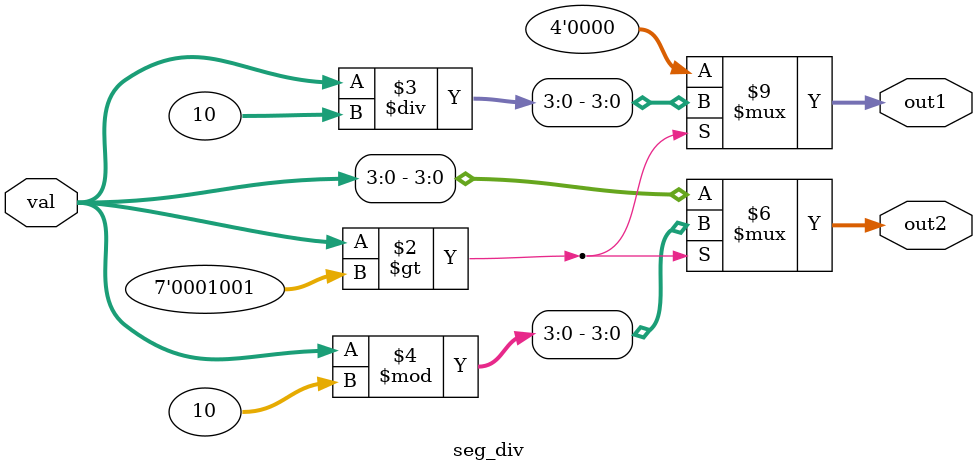
<source format=v>
module seg_div(
    input       [7:0]val,
    output  reg [3:0]out1, out2
);

always @(*)begin
    if (val > 7'd9)begin
        out1 <= val / 10;
        out2 <= val % 10;
    end
    else begin
        out1 <= 0;
        out2 <= val;
    end
end
endmodule
</source>
